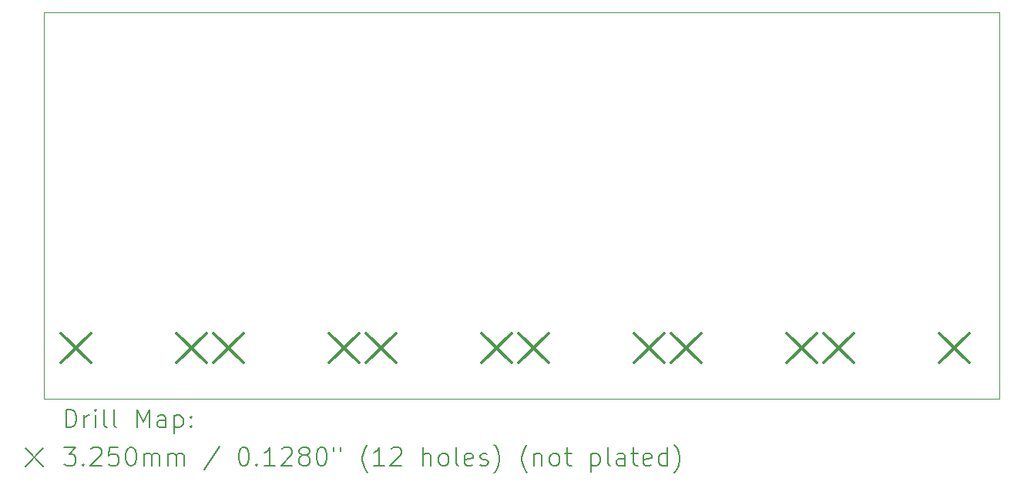
<source format=gbr>
%TF.GenerationSoftware,KiCad,Pcbnew,7.0.1*%
%TF.CreationDate,2023-11-21T14:20:13-06:00*%
%TF.ProjectId,Pico Hub V1,5069636f-2048-4756-9220-56312e6b6963,rev?*%
%TF.SameCoordinates,Original*%
%TF.FileFunction,Drillmap*%
%TF.FilePolarity,Positive*%
%FSLAX45Y45*%
G04 Gerber Fmt 4.5, Leading zero omitted, Abs format (unit mm)*
G04 Created by KiCad (PCBNEW 7.0.1) date 2023-11-21 14:20:13*
%MOMM*%
%LPD*%
G01*
G04 APERTURE LIST*
%ADD10C,0.100000*%
%ADD11C,0.200000*%
%ADD12C,0.325000*%
G04 APERTURE END LIST*
D10*
X13200000Y-7350000D02*
X2700000Y-7350000D01*
X13200000Y-11600000D02*
X13200000Y-7350000D01*
X2700000Y-11600000D02*
X13200000Y-11600000D01*
X2700000Y-11600000D02*
X2700000Y-7350000D01*
D11*
D12*
X2889500Y-10880500D02*
X3214500Y-11205500D01*
X3214500Y-10880500D02*
X2889500Y-11205500D01*
X4159500Y-10880500D02*
X4484500Y-11205500D01*
X4484500Y-10880500D02*
X4159500Y-11205500D01*
X4565500Y-10880500D02*
X4890500Y-11205500D01*
X4890500Y-10880500D02*
X4565500Y-11205500D01*
X5835500Y-10880500D02*
X6160500Y-11205500D01*
X6160500Y-10880500D02*
X5835500Y-11205500D01*
X6241500Y-10880500D02*
X6566500Y-11205500D01*
X6566500Y-10880500D02*
X6241500Y-11205500D01*
X7511500Y-10880500D02*
X7836500Y-11205500D01*
X7836500Y-10880500D02*
X7511500Y-11205500D01*
X7917500Y-10880500D02*
X8242500Y-11205500D01*
X8242500Y-10880500D02*
X7917500Y-11205500D01*
X9187500Y-10880500D02*
X9512500Y-11205500D01*
X9512500Y-10880500D02*
X9187500Y-11205500D01*
X9593500Y-10880500D02*
X9918500Y-11205500D01*
X9918500Y-10880500D02*
X9593500Y-11205500D01*
X10863500Y-10880500D02*
X11188500Y-11205500D01*
X11188500Y-10880500D02*
X10863500Y-11205500D01*
X11269500Y-10880500D02*
X11594500Y-11205500D01*
X11594500Y-10880500D02*
X11269500Y-11205500D01*
X12539500Y-10880500D02*
X12864500Y-11205500D01*
X12864500Y-10880500D02*
X12539500Y-11205500D01*
D11*
X2942619Y-11917524D02*
X2942619Y-11717524D01*
X2942619Y-11717524D02*
X2990238Y-11717524D01*
X2990238Y-11717524D02*
X3018809Y-11727048D01*
X3018809Y-11727048D02*
X3037857Y-11746095D01*
X3037857Y-11746095D02*
X3047381Y-11765143D01*
X3047381Y-11765143D02*
X3056905Y-11803238D01*
X3056905Y-11803238D02*
X3056905Y-11831809D01*
X3056905Y-11831809D02*
X3047381Y-11869905D01*
X3047381Y-11869905D02*
X3037857Y-11888952D01*
X3037857Y-11888952D02*
X3018809Y-11908000D01*
X3018809Y-11908000D02*
X2990238Y-11917524D01*
X2990238Y-11917524D02*
X2942619Y-11917524D01*
X3142619Y-11917524D02*
X3142619Y-11784190D01*
X3142619Y-11822286D02*
X3152143Y-11803238D01*
X3152143Y-11803238D02*
X3161667Y-11793714D01*
X3161667Y-11793714D02*
X3180714Y-11784190D01*
X3180714Y-11784190D02*
X3199762Y-11784190D01*
X3266428Y-11917524D02*
X3266428Y-11784190D01*
X3266428Y-11717524D02*
X3256905Y-11727048D01*
X3256905Y-11727048D02*
X3266428Y-11736571D01*
X3266428Y-11736571D02*
X3275952Y-11727048D01*
X3275952Y-11727048D02*
X3266428Y-11717524D01*
X3266428Y-11717524D02*
X3266428Y-11736571D01*
X3390238Y-11917524D02*
X3371190Y-11908000D01*
X3371190Y-11908000D02*
X3361667Y-11888952D01*
X3361667Y-11888952D02*
X3361667Y-11717524D01*
X3495000Y-11917524D02*
X3475952Y-11908000D01*
X3475952Y-11908000D02*
X3466428Y-11888952D01*
X3466428Y-11888952D02*
X3466428Y-11717524D01*
X3723571Y-11917524D02*
X3723571Y-11717524D01*
X3723571Y-11717524D02*
X3790238Y-11860381D01*
X3790238Y-11860381D02*
X3856905Y-11717524D01*
X3856905Y-11717524D02*
X3856905Y-11917524D01*
X4037857Y-11917524D02*
X4037857Y-11812762D01*
X4037857Y-11812762D02*
X4028333Y-11793714D01*
X4028333Y-11793714D02*
X4009286Y-11784190D01*
X4009286Y-11784190D02*
X3971190Y-11784190D01*
X3971190Y-11784190D02*
X3952143Y-11793714D01*
X4037857Y-11908000D02*
X4018809Y-11917524D01*
X4018809Y-11917524D02*
X3971190Y-11917524D01*
X3971190Y-11917524D02*
X3952143Y-11908000D01*
X3952143Y-11908000D02*
X3942619Y-11888952D01*
X3942619Y-11888952D02*
X3942619Y-11869905D01*
X3942619Y-11869905D02*
X3952143Y-11850857D01*
X3952143Y-11850857D02*
X3971190Y-11841333D01*
X3971190Y-11841333D02*
X4018809Y-11841333D01*
X4018809Y-11841333D02*
X4037857Y-11831809D01*
X4133095Y-11784190D02*
X4133095Y-11984190D01*
X4133095Y-11793714D02*
X4152143Y-11784190D01*
X4152143Y-11784190D02*
X4190238Y-11784190D01*
X4190238Y-11784190D02*
X4209286Y-11793714D01*
X4209286Y-11793714D02*
X4218810Y-11803238D01*
X4218810Y-11803238D02*
X4228333Y-11822286D01*
X4228333Y-11822286D02*
X4228333Y-11879428D01*
X4228333Y-11879428D02*
X4218810Y-11898476D01*
X4218810Y-11898476D02*
X4209286Y-11908000D01*
X4209286Y-11908000D02*
X4190238Y-11917524D01*
X4190238Y-11917524D02*
X4152143Y-11917524D01*
X4152143Y-11917524D02*
X4133095Y-11908000D01*
X4314048Y-11898476D02*
X4323571Y-11908000D01*
X4323571Y-11908000D02*
X4314048Y-11917524D01*
X4314048Y-11917524D02*
X4304524Y-11908000D01*
X4304524Y-11908000D02*
X4314048Y-11898476D01*
X4314048Y-11898476D02*
X4314048Y-11917524D01*
X4314048Y-11793714D02*
X4323571Y-11803238D01*
X4323571Y-11803238D02*
X4314048Y-11812762D01*
X4314048Y-11812762D02*
X4304524Y-11803238D01*
X4304524Y-11803238D02*
X4314048Y-11793714D01*
X4314048Y-11793714D02*
X4314048Y-11812762D01*
X2495000Y-12145000D02*
X2695000Y-12345000D01*
X2695000Y-12145000D02*
X2495000Y-12345000D01*
X2923571Y-12137524D02*
X3047381Y-12137524D01*
X3047381Y-12137524D02*
X2980714Y-12213714D01*
X2980714Y-12213714D02*
X3009286Y-12213714D01*
X3009286Y-12213714D02*
X3028333Y-12223238D01*
X3028333Y-12223238D02*
X3037857Y-12232762D01*
X3037857Y-12232762D02*
X3047381Y-12251809D01*
X3047381Y-12251809D02*
X3047381Y-12299428D01*
X3047381Y-12299428D02*
X3037857Y-12318476D01*
X3037857Y-12318476D02*
X3028333Y-12328000D01*
X3028333Y-12328000D02*
X3009286Y-12337524D01*
X3009286Y-12337524D02*
X2952143Y-12337524D01*
X2952143Y-12337524D02*
X2933095Y-12328000D01*
X2933095Y-12328000D02*
X2923571Y-12318476D01*
X3133095Y-12318476D02*
X3142619Y-12328000D01*
X3142619Y-12328000D02*
X3133095Y-12337524D01*
X3133095Y-12337524D02*
X3123571Y-12328000D01*
X3123571Y-12328000D02*
X3133095Y-12318476D01*
X3133095Y-12318476D02*
X3133095Y-12337524D01*
X3218809Y-12156571D02*
X3228333Y-12147048D01*
X3228333Y-12147048D02*
X3247381Y-12137524D01*
X3247381Y-12137524D02*
X3295000Y-12137524D01*
X3295000Y-12137524D02*
X3314048Y-12147048D01*
X3314048Y-12147048D02*
X3323571Y-12156571D01*
X3323571Y-12156571D02*
X3333095Y-12175619D01*
X3333095Y-12175619D02*
X3333095Y-12194667D01*
X3333095Y-12194667D02*
X3323571Y-12223238D01*
X3323571Y-12223238D02*
X3209286Y-12337524D01*
X3209286Y-12337524D02*
X3333095Y-12337524D01*
X3514048Y-12137524D02*
X3418809Y-12137524D01*
X3418809Y-12137524D02*
X3409286Y-12232762D01*
X3409286Y-12232762D02*
X3418809Y-12223238D01*
X3418809Y-12223238D02*
X3437857Y-12213714D01*
X3437857Y-12213714D02*
X3485476Y-12213714D01*
X3485476Y-12213714D02*
X3504524Y-12223238D01*
X3504524Y-12223238D02*
X3514048Y-12232762D01*
X3514048Y-12232762D02*
X3523571Y-12251809D01*
X3523571Y-12251809D02*
X3523571Y-12299428D01*
X3523571Y-12299428D02*
X3514048Y-12318476D01*
X3514048Y-12318476D02*
X3504524Y-12328000D01*
X3504524Y-12328000D02*
X3485476Y-12337524D01*
X3485476Y-12337524D02*
X3437857Y-12337524D01*
X3437857Y-12337524D02*
X3418809Y-12328000D01*
X3418809Y-12328000D02*
X3409286Y-12318476D01*
X3647381Y-12137524D02*
X3666429Y-12137524D01*
X3666429Y-12137524D02*
X3685476Y-12147048D01*
X3685476Y-12147048D02*
X3695000Y-12156571D01*
X3695000Y-12156571D02*
X3704524Y-12175619D01*
X3704524Y-12175619D02*
X3714048Y-12213714D01*
X3714048Y-12213714D02*
X3714048Y-12261333D01*
X3714048Y-12261333D02*
X3704524Y-12299428D01*
X3704524Y-12299428D02*
X3695000Y-12318476D01*
X3695000Y-12318476D02*
X3685476Y-12328000D01*
X3685476Y-12328000D02*
X3666429Y-12337524D01*
X3666429Y-12337524D02*
X3647381Y-12337524D01*
X3647381Y-12337524D02*
X3628333Y-12328000D01*
X3628333Y-12328000D02*
X3618809Y-12318476D01*
X3618809Y-12318476D02*
X3609286Y-12299428D01*
X3609286Y-12299428D02*
X3599762Y-12261333D01*
X3599762Y-12261333D02*
X3599762Y-12213714D01*
X3599762Y-12213714D02*
X3609286Y-12175619D01*
X3609286Y-12175619D02*
X3618809Y-12156571D01*
X3618809Y-12156571D02*
X3628333Y-12147048D01*
X3628333Y-12147048D02*
X3647381Y-12137524D01*
X3799762Y-12337524D02*
X3799762Y-12204190D01*
X3799762Y-12223238D02*
X3809286Y-12213714D01*
X3809286Y-12213714D02*
X3828333Y-12204190D01*
X3828333Y-12204190D02*
X3856905Y-12204190D01*
X3856905Y-12204190D02*
X3875952Y-12213714D01*
X3875952Y-12213714D02*
X3885476Y-12232762D01*
X3885476Y-12232762D02*
X3885476Y-12337524D01*
X3885476Y-12232762D02*
X3895000Y-12213714D01*
X3895000Y-12213714D02*
X3914048Y-12204190D01*
X3914048Y-12204190D02*
X3942619Y-12204190D01*
X3942619Y-12204190D02*
X3961667Y-12213714D01*
X3961667Y-12213714D02*
X3971190Y-12232762D01*
X3971190Y-12232762D02*
X3971190Y-12337524D01*
X4066429Y-12337524D02*
X4066429Y-12204190D01*
X4066429Y-12223238D02*
X4075952Y-12213714D01*
X4075952Y-12213714D02*
X4095000Y-12204190D01*
X4095000Y-12204190D02*
X4123571Y-12204190D01*
X4123571Y-12204190D02*
X4142619Y-12213714D01*
X4142619Y-12213714D02*
X4152143Y-12232762D01*
X4152143Y-12232762D02*
X4152143Y-12337524D01*
X4152143Y-12232762D02*
X4161667Y-12213714D01*
X4161667Y-12213714D02*
X4180714Y-12204190D01*
X4180714Y-12204190D02*
X4209286Y-12204190D01*
X4209286Y-12204190D02*
X4228333Y-12213714D01*
X4228333Y-12213714D02*
X4237857Y-12232762D01*
X4237857Y-12232762D02*
X4237857Y-12337524D01*
X4628333Y-12128000D02*
X4456905Y-12385143D01*
X4885476Y-12137524D02*
X4904524Y-12137524D01*
X4904524Y-12137524D02*
X4923572Y-12147048D01*
X4923572Y-12147048D02*
X4933095Y-12156571D01*
X4933095Y-12156571D02*
X4942619Y-12175619D01*
X4942619Y-12175619D02*
X4952143Y-12213714D01*
X4952143Y-12213714D02*
X4952143Y-12261333D01*
X4952143Y-12261333D02*
X4942619Y-12299428D01*
X4942619Y-12299428D02*
X4933095Y-12318476D01*
X4933095Y-12318476D02*
X4923572Y-12328000D01*
X4923572Y-12328000D02*
X4904524Y-12337524D01*
X4904524Y-12337524D02*
X4885476Y-12337524D01*
X4885476Y-12337524D02*
X4866429Y-12328000D01*
X4866429Y-12328000D02*
X4856905Y-12318476D01*
X4856905Y-12318476D02*
X4847381Y-12299428D01*
X4847381Y-12299428D02*
X4837857Y-12261333D01*
X4837857Y-12261333D02*
X4837857Y-12213714D01*
X4837857Y-12213714D02*
X4847381Y-12175619D01*
X4847381Y-12175619D02*
X4856905Y-12156571D01*
X4856905Y-12156571D02*
X4866429Y-12147048D01*
X4866429Y-12147048D02*
X4885476Y-12137524D01*
X5037857Y-12318476D02*
X5047381Y-12328000D01*
X5047381Y-12328000D02*
X5037857Y-12337524D01*
X5037857Y-12337524D02*
X5028334Y-12328000D01*
X5028334Y-12328000D02*
X5037857Y-12318476D01*
X5037857Y-12318476D02*
X5037857Y-12337524D01*
X5237857Y-12337524D02*
X5123572Y-12337524D01*
X5180714Y-12337524D02*
X5180714Y-12137524D01*
X5180714Y-12137524D02*
X5161667Y-12166095D01*
X5161667Y-12166095D02*
X5142619Y-12185143D01*
X5142619Y-12185143D02*
X5123572Y-12194667D01*
X5314048Y-12156571D02*
X5323572Y-12147048D01*
X5323572Y-12147048D02*
X5342619Y-12137524D01*
X5342619Y-12137524D02*
X5390238Y-12137524D01*
X5390238Y-12137524D02*
X5409286Y-12147048D01*
X5409286Y-12147048D02*
X5418810Y-12156571D01*
X5418810Y-12156571D02*
X5428334Y-12175619D01*
X5428334Y-12175619D02*
X5428334Y-12194667D01*
X5428334Y-12194667D02*
X5418810Y-12223238D01*
X5418810Y-12223238D02*
X5304524Y-12337524D01*
X5304524Y-12337524D02*
X5428334Y-12337524D01*
X5542619Y-12223238D02*
X5523572Y-12213714D01*
X5523572Y-12213714D02*
X5514048Y-12204190D01*
X5514048Y-12204190D02*
X5504524Y-12185143D01*
X5504524Y-12185143D02*
X5504524Y-12175619D01*
X5504524Y-12175619D02*
X5514048Y-12156571D01*
X5514048Y-12156571D02*
X5523572Y-12147048D01*
X5523572Y-12147048D02*
X5542619Y-12137524D01*
X5542619Y-12137524D02*
X5580715Y-12137524D01*
X5580715Y-12137524D02*
X5599762Y-12147048D01*
X5599762Y-12147048D02*
X5609286Y-12156571D01*
X5609286Y-12156571D02*
X5618810Y-12175619D01*
X5618810Y-12175619D02*
X5618810Y-12185143D01*
X5618810Y-12185143D02*
X5609286Y-12204190D01*
X5609286Y-12204190D02*
X5599762Y-12213714D01*
X5599762Y-12213714D02*
X5580715Y-12223238D01*
X5580715Y-12223238D02*
X5542619Y-12223238D01*
X5542619Y-12223238D02*
X5523572Y-12232762D01*
X5523572Y-12232762D02*
X5514048Y-12242286D01*
X5514048Y-12242286D02*
X5504524Y-12261333D01*
X5504524Y-12261333D02*
X5504524Y-12299428D01*
X5504524Y-12299428D02*
X5514048Y-12318476D01*
X5514048Y-12318476D02*
X5523572Y-12328000D01*
X5523572Y-12328000D02*
X5542619Y-12337524D01*
X5542619Y-12337524D02*
X5580715Y-12337524D01*
X5580715Y-12337524D02*
X5599762Y-12328000D01*
X5599762Y-12328000D02*
X5609286Y-12318476D01*
X5609286Y-12318476D02*
X5618810Y-12299428D01*
X5618810Y-12299428D02*
X5618810Y-12261333D01*
X5618810Y-12261333D02*
X5609286Y-12242286D01*
X5609286Y-12242286D02*
X5599762Y-12232762D01*
X5599762Y-12232762D02*
X5580715Y-12223238D01*
X5742619Y-12137524D02*
X5761667Y-12137524D01*
X5761667Y-12137524D02*
X5780714Y-12147048D01*
X5780714Y-12147048D02*
X5790238Y-12156571D01*
X5790238Y-12156571D02*
X5799762Y-12175619D01*
X5799762Y-12175619D02*
X5809286Y-12213714D01*
X5809286Y-12213714D02*
X5809286Y-12261333D01*
X5809286Y-12261333D02*
X5799762Y-12299428D01*
X5799762Y-12299428D02*
X5790238Y-12318476D01*
X5790238Y-12318476D02*
X5780714Y-12328000D01*
X5780714Y-12328000D02*
X5761667Y-12337524D01*
X5761667Y-12337524D02*
X5742619Y-12337524D01*
X5742619Y-12337524D02*
X5723572Y-12328000D01*
X5723572Y-12328000D02*
X5714048Y-12318476D01*
X5714048Y-12318476D02*
X5704524Y-12299428D01*
X5704524Y-12299428D02*
X5695000Y-12261333D01*
X5695000Y-12261333D02*
X5695000Y-12213714D01*
X5695000Y-12213714D02*
X5704524Y-12175619D01*
X5704524Y-12175619D02*
X5714048Y-12156571D01*
X5714048Y-12156571D02*
X5723572Y-12147048D01*
X5723572Y-12147048D02*
X5742619Y-12137524D01*
X5885476Y-12137524D02*
X5885476Y-12175619D01*
X5961667Y-12137524D02*
X5961667Y-12175619D01*
X6256905Y-12413714D02*
X6247381Y-12404190D01*
X6247381Y-12404190D02*
X6228334Y-12375619D01*
X6228334Y-12375619D02*
X6218810Y-12356571D01*
X6218810Y-12356571D02*
X6209286Y-12328000D01*
X6209286Y-12328000D02*
X6199762Y-12280381D01*
X6199762Y-12280381D02*
X6199762Y-12242286D01*
X6199762Y-12242286D02*
X6209286Y-12194667D01*
X6209286Y-12194667D02*
X6218810Y-12166095D01*
X6218810Y-12166095D02*
X6228334Y-12147048D01*
X6228334Y-12147048D02*
X6247381Y-12118476D01*
X6247381Y-12118476D02*
X6256905Y-12108952D01*
X6437857Y-12337524D02*
X6323572Y-12337524D01*
X6380714Y-12337524D02*
X6380714Y-12137524D01*
X6380714Y-12137524D02*
X6361667Y-12166095D01*
X6361667Y-12166095D02*
X6342619Y-12185143D01*
X6342619Y-12185143D02*
X6323572Y-12194667D01*
X6514048Y-12156571D02*
X6523572Y-12147048D01*
X6523572Y-12147048D02*
X6542619Y-12137524D01*
X6542619Y-12137524D02*
X6590238Y-12137524D01*
X6590238Y-12137524D02*
X6609286Y-12147048D01*
X6609286Y-12147048D02*
X6618810Y-12156571D01*
X6618810Y-12156571D02*
X6628334Y-12175619D01*
X6628334Y-12175619D02*
X6628334Y-12194667D01*
X6628334Y-12194667D02*
X6618810Y-12223238D01*
X6618810Y-12223238D02*
X6504524Y-12337524D01*
X6504524Y-12337524D02*
X6628334Y-12337524D01*
X6866429Y-12337524D02*
X6866429Y-12137524D01*
X6952143Y-12337524D02*
X6952143Y-12232762D01*
X6952143Y-12232762D02*
X6942619Y-12213714D01*
X6942619Y-12213714D02*
X6923572Y-12204190D01*
X6923572Y-12204190D02*
X6895000Y-12204190D01*
X6895000Y-12204190D02*
X6875953Y-12213714D01*
X6875953Y-12213714D02*
X6866429Y-12223238D01*
X7075953Y-12337524D02*
X7056905Y-12328000D01*
X7056905Y-12328000D02*
X7047381Y-12318476D01*
X7047381Y-12318476D02*
X7037857Y-12299428D01*
X7037857Y-12299428D02*
X7037857Y-12242286D01*
X7037857Y-12242286D02*
X7047381Y-12223238D01*
X7047381Y-12223238D02*
X7056905Y-12213714D01*
X7056905Y-12213714D02*
X7075953Y-12204190D01*
X7075953Y-12204190D02*
X7104524Y-12204190D01*
X7104524Y-12204190D02*
X7123572Y-12213714D01*
X7123572Y-12213714D02*
X7133096Y-12223238D01*
X7133096Y-12223238D02*
X7142619Y-12242286D01*
X7142619Y-12242286D02*
X7142619Y-12299428D01*
X7142619Y-12299428D02*
X7133096Y-12318476D01*
X7133096Y-12318476D02*
X7123572Y-12328000D01*
X7123572Y-12328000D02*
X7104524Y-12337524D01*
X7104524Y-12337524D02*
X7075953Y-12337524D01*
X7256905Y-12337524D02*
X7237857Y-12328000D01*
X7237857Y-12328000D02*
X7228334Y-12308952D01*
X7228334Y-12308952D02*
X7228334Y-12137524D01*
X7409286Y-12328000D02*
X7390238Y-12337524D01*
X7390238Y-12337524D02*
X7352143Y-12337524D01*
X7352143Y-12337524D02*
X7333096Y-12328000D01*
X7333096Y-12328000D02*
X7323572Y-12308952D01*
X7323572Y-12308952D02*
X7323572Y-12232762D01*
X7323572Y-12232762D02*
X7333096Y-12213714D01*
X7333096Y-12213714D02*
X7352143Y-12204190D01*
X7352143Y-12204190D02*
X7390238Y-12204190D01*
X7390238Y-12204190D02*
X7409286Y-12213714D01*
X7409286Y-12213714D02*
X7418810Y-12232762D01*
X7418810Y-12232762D02*
X7418810Y-12251809D01*
X7418810Y-12251809D02*
X7323572Y-12270857D01*
X7495000Y-12328000D02*
X7514048Y-12337524D01*
X7514048Y-12337524D02*
X7552143Y-12337524D01*
X7552143Y-12337524D02*
X7571191Y-12328000D01*
X7571191Y-12328000D02*
X7580715Y-12308952D01*
X7580715Y-12308952D02*
X7580715Y-12299428D01*
X7580715Y-12299428D02*
X7571191Y-12280381D01*
X7571191Y-12280381D02*
X7552143Y-12270857D01*
X7552143Y-12270857D02*
X7523572Y-12270857D01*
X7523572Y-12270857D02*
X7504524Y-12261333D01*
X7504524Y-12261333D02*
X7495000Y-12242286D01*
X7495000Y-12242286D02*
X7495000Y-12232762D01*
X7495000Y-12232762D02*
X7504524Y-12213714D01*
X7504524Y-12213714D02*
X7523572Y-12204190D01*
X7523572Y-12204190D02*
X7552143Y-12204190D01*
X7552143Y-12204190D02*
X7571191Y-12213714D01*
X7647381Y-12413714D02*
X7656905Y-12404190D01*
X7656905Y-12404190D02*
X7675953Y-12375619D01*
X7675953Y-12375619D02*
X7685477Y-12356571D01*
X7685477Y-12356571D02*
X7695000Y-12328000D01*
X7695000Y-12328000D02*
X7704524Y-12280381D01*
X7704524Y-12280381D02*
X7704524Y-12242286D01*
X7704524Y-12242286D02*
X7695000Y-12194667D01*
X7695000Y-12194667D02*
X7685477Y-12166095D01*
X7685477Y-12166095D02*
X7675953Y-12147048D01*
X7675953Y-12147048D02*
X7656905Y-12118476D01*
X7656905Y-12118476D02*
X7647381Y-12108952D01*
X8009286Y-12413714D02*
X7999762Y-12404190D01*
X7999762Y-12404190D02*
X7980715Y-12375619D01*
X7980715Y-12375619D02*
X7971191Y-12356571D01*
X7971191Y-12356571D02*
X7961667Y-12328000D01*
X7961667Y-12328000D02*
X7952143Y-12280381D01*
X7952143Y-12280381D02*
X7952143Y-12242286D01*
X7952143Y-12242286D02*
X7961667Y-12194667D01*
X7961667Y-12194667D02*
X7971191Y-12166095D01*
X7971191Y-12166095D02*
X7980715Y-12147048D01*
X7980715Y-12147048D02*
X7999762Y-12118476D01*
X7999762Y-12118476D02*
X8009286Y-12108952D01*
X8085477Y-12204190D02*
X8085477Y-12337524D01*
X8085477Y-12223238D02*
X8095000Y-12213714D01*
X8095000Y-12213714D02*
X8114048Y-12204190D01*
X8114048Y-12204190D02*
X8142619Y-12204190D01*
X8142619Y-12204190D02*
X8161667Y-12213714D01*
X8161667Y-12213714D02*
X8171191Y-12232762D01*
X8171191Y-12232762D02*
X8171191Y-12337524D01*
X8295000Y-12337524D02*
X8275953Y-12328000D01*
X8275953Y-12328000D02*
X8266429Y-12318476D01*
X8266429Y-12318476D02*
X8256905Y-12299428D01*
X8256905Y-12299428D02*
X8256905Y-12242286D01*
X8256905Y-12242286D02*
X8266429Y-12223238D01*
X8266429Y-12223238D02*
X8275953Y-12213714D01*
X8275953Y-12213714D02*
X8295000Y-12204190D01*
X8295000Y-12204190D02*
X8323572Y-12204190D01*
X8323572Y-12204190D02*
X8342619Y-12213714D01*
X8342619Y-12213714D02*
X8352143Y-12223238D01*
X8352143Y-12223238D02*
X8361667Y-12242286D01*
X8361667Y-12242286D02*
X8361667Y-12299428D01*
X8361667Y-12299428D02*
X8352143Y-12318476D01*
X8352143Y-12318476D02*
X8342619Y-12328000D01*
X8342619Y-12328000D02*
X8323572Y-12337524D01*
X8323572Y-12337524D02*
X8295000Y-12337524D01*
X8418810Y-12204190D02*
X8495000Y-12204190D01*
X8447381Y-12137524D02*
X8447381Y-12308952D01*
X8447381Y-12308952D02*
X8456905Y-12328000D01*
X8456905Y-12328000D02*
X8475953Y-12337524D01*
X8475953Y-12337524D02*
X8495000Y-12337524D01*
X8714048Y-12204190D02*
X8714048Y-12404190D01*
X8714048Y-12213714D02*
X8733096Y-12204190D01*
X8733096Y-12204190D02*
X8771191Y-12204190D01*
X8771191Y-12204190D02*
X8790239Y-12213714D01*
X8790239Y-12213714D02*
X8799762Y-12223238D01*
X8799762Y-12223238D02*
X8809286Y-12242286D01*
X8809286Y-12242286D02*
X8809286Y-12299428D01*
X8809286Y-12299428D02*
X8799762Y-12318476D01*
X8799762Y-12318476D02*
X8790239Y-12328000D01*
X8790239Y-12328000D02*
X8771191Y-12337524D01*
X8771191Y-12337524D02*
X8733096Y-12337524D01*
X8733096Y-12337524D02*
X8714048Y-12328000D01*
X8923572Y-12337524D02*
X8904524Y-12328000D01*
X8904524Y-12328000D02*
X8895001Y-12308952D01*
X8895001Y-12308952D02*
X8895001Y-12137524D01*
X9085477Y-12337524D02*
X9085477Y-12232762D01*
X9085477Y-12232762D02*
X9075953Y-12213714D01*
X9075953Y-12213714D02*
X9056905Y-12204190D01*
X9056905Y-12204190D02*
X9018810Y-12204190D01*
X9018810Y-12204190D02*
X8999762Y-12213714D01*
X9085477Y-12328000D02*
X9066429Y-12337524D01*
X9066429Y-12337524D02*
X9018810Y-12337524D01*
X9018810Y-12337524D02*
X8999762Y-12328000D01*
X8999762Y-12328000D02*
X8990239Y-12308952D01*
X8990239Y-12308952D02*
X8990239Y-12289905D01*
X8990239Y-12289905D02*
X8999762Y-12270857D01*
X8999762Y-12270857D02*
X9018810Y-12261333D01*
X9018810Y-12261333D02*
X9066429Y-12261333D01*
X9066429Y-12261333D02*
X9085477Y-12251809D01*
X9152143Y-12204190D02*
X9228334Y-12204190D01*
X9180715Y-12137524D02*
X9180715Y-12308952D01*
X9180715Y-12308952D02*
X9190239Y-12328000D01*
X9190239Y-12328000D02*
X9209286Y-12337524D01*
X9209286Y-12337524D02*
X9228334Y-12337524D01*
X9371191Y-12328000D02*
X9352143Y-12337524D01*
X9352143Y-12337524D02*
X9314048Y-12337524D01*
X9314048Y-12337524D02*
X9295001Y-12328000D01*
X9295001Y-12328000D02*
X9285477Y-12308952D01*
X9285477Y-12308952D02*
X9285477Y-12232762D01*
X9285477Y-12232762D02*
X9295001Y-12213714D01*
X9295001Y-12213714D02*
X9314048Y-12204190D01*
X9314048Y-12204190D02*
X9352143Y-12204190D01*
X9352143Y-12204190D02*
X9371191Y-12213714D01*
X9371191Y-12213714D02*
X9380715Y-12232762D01*
X9380715Y-12232762D02*
X9380715Y-12251809D01*
X9380715Y-12251809D02*
X9285477Y-12270857D01*
X9552143Y-12337524D02*
X9552143Y-12137524D01*
X9552143Y-12328000D02*
X9533096Y-12337524D01*
X9533096Y-12337524D02*
X9495001Y-12337524D01*
X9495001Y-12337524D02*
X9475953Y-12328000D01*
X9475953Y-12328000D02*
X9466429Y-12318476D01*
X9466429Y-12318476D02*
X9456905Y-12299428D01*
X9456905Y-12299428D02*
X9456905Y-12242286D01*
X9456905Y-12242286D02*
X9466429Y-12223238D01*
X9466429Y-12223238D02*
X9475953Y-12213714D01*
X9475953Y-12213714D02*
X9495001Y-12204190D01*
X9495001Y-12204190D02*
X9533096Y-12204190D01*
X9533096Y-12204190D02*
X9552143Y-12213714D01*
X9628334Y-12413714D02*
X9637858Y-12404190D01*
X9637858Y-12404190D02*
X9656905Y-12375619D01*
X9656905Y-12375619D02*
X9666429Y-12356571D01*
X9666429Y-12356571D02*
X9675953Y-12328000D01*
X9675953Y-12328000D02*
X9685477Y-12280381D01*
X9685477Y-12280381D02*
X9685477Y-12242286D01*
X9685477Y-12242286D02*
X9675953Y-12194667D01*
X9675953Y-12194667D02*
X9666429Y-12166095D01*
X9666429Y-12166095D02*
X9656905Y-12147048D01*
X9656905Y-12147048D02*
X9637858Y-12118476D01*
X9637858Y-12118476D02*
X9628334Y-12108952D01*
M02*

</source>
